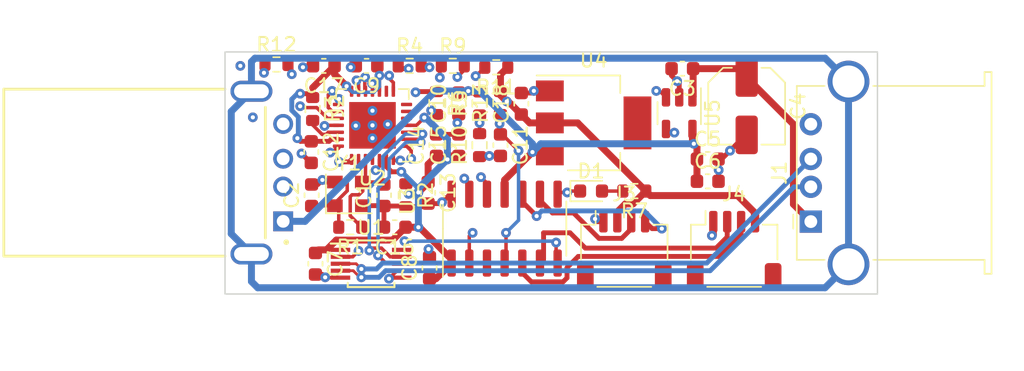
<source format=kicad_pcb>
(kicad_pcb (version 20221018) (generator pcbnew)
  (layers (0 "F.Cu" signal) (1 "In1.Cu" signal) (2 "In2.Cu" power) (31 "B.Cu" mixed) (34 "B.Paste" user) (35 "F.Paste" user) (36 "B.SilkS" user "B.Silkscreen") (37 "F.SilkS" user "F.Silkscreen") (38 "B.Mask" user) (39 "F.Mask" user) (44 "Edge.Cuts" user))
  (net 0 "")
  (net 1 "GND")
  (net 2 "Net-(U2-XTALIN{slash}CLKIN)")
  (net 3 "Net-(U2-XTALOUT)")
  (net 4 "Net-(J1-VBUS)")
  (net 5 "VBUS")
  (net 6 "+3V3")
  (net 7 "RST")
  (net 8 "/OutD+")
  (net 9 "Net-(D1-A)")
  (net 10 "Net-(J2-D-)")
  (net 11 "Net-(J2-D+)")
  (net 12 "GNDPWR")
  (net 13 "Net-(J3-Pin_3)")
  (net 14 "Net-(J3-Pin_4)")
  (net 15 "Net-(J4-Pin_2)")
  (net 16 "Net-(J4-Pin_3)")
  (net 17 "Net-(U2-RBIAS)")
  (net 18 "Net-(U2-SUSP_IND{slash}NON_REM0)")
  (net 19 "Net-(U2-NON_REM1)")
  (net 20 "Net-(U2-VBUS_DET)")
  (net 21 "Net-(U2-OCS_N1)")
  (net 22 "ocs")
  (net 23 "Net-(U2-PRTPWR2)")
  (net 24 "power")
  (net 25 "Net-(U2-HS_IND)")
  (net 26 "data_sel")
  (net 27 "/OutD-")
  (net 28 "Net-(U1-HSD2-)")
  (net 29 "Net-(U1-HSD2+)")
  (net 30 "data_en")
  (net 31 "Net-(U2-USBDP_DN1)")
  (net 35 "Net-(U2-USBDM_DN1)")
  (net 36 "datactl1")
  (footprint "LED_SMD:LED_0603_1608Metric" (layer "F.Cu") (at 133.9125 105)
    (fp_text reference "D1")
    (fp_text value "LED")
  )
  (footprint "localstuff:SAMTEC_USB-AM-S-X-X-TH" (layer "F.Cu") (at 109.5 103.675 -90)
    (fp_text reference "J2")
    (fp_text value "USB_A_Device")
  )
  (footprint "Resistor_SMD:R_0603_1608Metric" (layer "F.Cu") (at 123.975 96)
    (fp_text reference "R9")
    (fp_text value "R_1k_0603")
  )
  (footprint "Capacitor_SMD:C_0603_1608Metric" (layer "F.Cu") (at 114.1 110.225 -90)
    (fp_text reference "C7")
    (fp_text value "CP_100n_16V_0603")
  )
  (footprint "Capacitor_SMD:C_0603_1608Metric" (layer "F.Cu") (at 117.775 96 180)
    (fp_text reference "C9")
    (fp_text value "CP_100n_16V_0603")
  )
  (footprint "Capacitor_SMD:C_0603_1608Metric" (layer "F.Cu") (at 142.3 102.7)
    (fp_text reference "C5")
    (fp_text value "CP_100n_16V_0603")
  )
  (footprint "Connector_JST:JST_SH_SM04B-SRSS-TB_1x04-1MP_P1.00mm_Horizontal" (layer "F.Cu") (at 144.2 109.2)
    (fp_text reference "J4")
    (fp_text value "Serial")
  )
  (footprint "Capacitor_SMD:C_0603_1608Metric" (layer "F.Cu") (at 114.7 96 180)
    (fp_text reference "C17")
    (fp_text value "CP_10µ_16V_0603")
  )
  (footprint "Resistor_SMD:R_0603_1608Metric" (layer "F.Cu") (at 127.4 98.675 90)
    (fp_text reference "R13")
    (fp_text value "R_100k_0603")
  )
  (footprint "Capacitor_SMD:C_0603_1608Metric" (layer "F.Cu") (at 119.025 105.3 90)
    (fp_text reference "C1")
    (fp_text value "18 pF")
  )
  (footprint "Resistor_SMD:R_0603_1608Metric" (layer "F.Cu") (at 120.6 105.3 -90)
    (fp_text reference "R2")
    (fp_text value "12k")
  )
  (footprint "Capacitor_SMD:C_Elec_5x5.4" (layer "F.Cu") (at 145.1 98.9 -90)
    (fp_text reference "C4")
    (fp_text value "C 120µF")
  )
  (footprint "Capacitor_SMD:C_0603_1608Metric" (layer "F.Cu") (at 122.3 110.525 90)
    (fp_text reference "C8")
    (fp_text value "CP_100n_16V_0603")
  )
  (footprint "Package_SO:SOIC-14_3.9x8.7mm_P1.27mm" (layer "F.Cu") (at 127.7 107.7 90)
    (fp_text reference "U3")
    (fp_text value "MCP2221AxSL")
  )
  (footprint "Resistor_SMD:R_0603_1608Metric" (layer "F.Cu") (at 127.1 96.1 180)
    (fp_text reference "R11")
    (fp_text value "47k")
  )
  (footprint "Package_TO_SOT_SMD:SOT-23-5" (layer "F.Cu") (at 140.25 99.4 -90)
    (fp_text reference "U5")
    (fp_text value "AP2151W")
  )
  (footprint "Resistor_SMD:R_0603_1608Metric" (layer "F.Cu") (at 122.8 98.675 -90)
    (fp_text reference "R6")
    (fp_text value "47k")
  )
  (footprint "Capacitor_SMD:C_0603_1608Metric" (layer "F.Cu") (at 124.4 98.7 90)
    (fp_text reference "C10")
    (fp_text value "CP_100n_16V_0603")
  )
  (footprint "Capacitor_SMD:C_0603_1608Metric" (layer "F.Cu") (at 127.4 101.7 -90)
    (fp_text reference "C11")
    (fp_text value "CP_100n_16V_0603")
  )
  (footprint "Resistor_SMD:R_0603_1608Metric" (layer "F.Cu") (at 113.9 99.1 -90)
    (fp_text reference "R3")
    (fp_text value "47k")
  )
  (footprint "Capacitor_SMD:C_0603_1608Metric" (layer "F.Cu") (at 119.8 107.6 180)
    (fp_text reference "C16")
    (fp_text value "CP_100n_16V_0603")
  )
  (footprint "Capacitor_SMD:C_0603_1608Metric" (layer "F.Cu") (at 140.475 96.2 180)
    (fp_text reference "C3")
    (fp_text value "CP_100n_16V_0603")
  )
  (footprint "Resistor_SMD:R_0603_1608Metric" (layer "F.Cu") (at 116.6 107.6 180)
    (fp_text reference "R1")
    (fp_text value "R_1M_0603")
  )
  (footprint "Resistor_SMD:R_0603_1608Metric" (layer "F.Cu") (at 111.3 95.9)
    (fp_text reference "R12")
    (fp_text value "47k")
  )
  (footprint "Resistor_SMD:R_0603_1608Metric" (layer "F.Cu") (at 125.9 101.7 90)
    (fp_text reference "R10")
    (fp_text value "R_100k_0603")
  )
  (footprint "Capacitor_SMD:C_0603_1608Metric" (layer "F.Cu") (at 122.8 101.7 90)
    (fp_text reference "C14")
    (fp_text value "CP_100n_16V_0603")
  )
  (footprint "Package_DFN_QFN:QFN-28-1EP_5x5mm_P0.5mm_EP3.35x3.35mm" (layer "F.Cu") (at 118.2 100.275 180)
    (fp_text reference "U2")
    (fp_text value "USB2412-DZK")
  )
  (footprint "Connector_USB:USB_A_Stewart_SS-52100-001_Horizontal" (layer "F.Cu") (at 149.71 107.195 90)
    (fp_text reference "J1")
    (fp_text value "USB_A_Host")
  )
  (footprint "Resistor_SMD:R_0603_1608Metric" (layer "F.Cu") (at 137.025 105 180)
    (fp_text reference "R7")
    (fp_text value "R_100_0603")
  )
  (footprint "Capacitor_SMD:C_0603_1608Metric" (layer "F.Cu") (at 113.8 102.2 -90)
    (fp_text reference "C12")
    (fp_text value "CP_100n_16V_0603")
  )
  (footprint "Resistor_SMD:R_0603_1608Metric" (layer "F.Cu") (at 120.875 96)
    (fp_text reference "R4")
    (fp_text value "47k")
  )
  (footprint "Resistor_SMD:R_0603_1608Metric" (layer "F.Cu") (at 125.9 98.7 90)
    (fp_text reference "R5")
    (fp_text value "R_100k_0603")
  )
  (footprint "Capacitor_SMD:C_0603_1608Metric" (layer "F.Cu") (at 142.3 104.3)
    (fp_text reference "C6")
    (fp_text value "CP_10µ_16V_0603")
  )
  (footprint "Capacitor_SMD:C_0603_1608Metric" (layer "F.Cu") (at 122.2 105.125 -90)
    (fp_text reference "C13")
    (fp_text value "CP_100n_16V_0603")
  )
  (footprint "Capacitor_SMD:C_0603_1608Metric" (layer "F.Cu") (at 113.825 105.3 90)
    (fp_text reference "C2")
    (fp_text value "18 pF")
  )
  (footprint "Capacitor_SMD:C_0603_1608Metric" (layer "F.Cu") (at 124.4 101.7 90)
    (fp_text reference "C15")
    (fp_text value "CP_10µ_16V_0603")
  )
  (footprint "Package_TO_SOT_SMD:SOT-223" (layer "F.Cu") (at 134.1 100.1)
    (fp_text reference "U4")
    (fp_text value "AZ1117-3V3")
  )
  (footprint "Connector_JST:JST_SH_SM04B-SRSS-TB_1x04-1MP_P1.00mm_Horizontal" (layer "F.Cu") (at 136.3 109.2)
    (fp_text reference "J3")
    (fp_text value "I2C")
  )
  (footprint "localstuff:Crystal_SMD_2522-4Pin_2.5x2.2mm" (layer "F.Cu") (at 116.5 105.2)
    (fp_text reference "Y1")
    (fp_text value "Crystal_GND24")
  )
  (footprint "Package_SO:MSOP-10_3x3mm_P0.5mm" (layer "F.Cu") (at 118.1 110.225)
    (fp_text reference "U1")
    (fp_text value "FSUSB42MUX")
  )
  (footprint "Capacitor_SMD:C_0603_1608Metric" (layer "F.Cu") (at 128.9 98.725 90)
    (fp_text reference "C18")
    (fp_text value "CP_100n_16V_0603")
  )
  (gr_rect (start 107.6 95) (end 154.5 112.4) (stroke (width 0.1)) (fill none) (layer "Edge.Cuts"))
  (segment (start 115.75 98.775) (end 115.75 98.425) (width 0.35) (layer "F.Cu") (net 1))
  (segment (start 124.4 99.475) (end 124.4 100) (width 0.35) (layer "F.Cu") (net 1))
  (segment (start 113.775 102.975) (end 113.1 102.3) (width 0.35) (layer "F.Cu") (net 1))
  (segment (start 139.7 96.2) (end 139.7 96.7) (width 0.35) (layer "F.Cu") (net 1))
  (segment (start 116.735509 96) (end 116.635509 96.1) (width 0.35) (layer "F.Cu") (net 1))
  (segment (start 119 106.05) (end 119.025 106.075) (width 0.35) (layer "F.Cu") (net 1))
  (segment (start 124.3 100.825) (end 124.3 100.1) (width 0.35) (layer "F.Cu") (net 1))
  (segment (start 125.9 102.525) (end 126.549998 102.525) (width 0.35) (layer "F.Cu") (net 1))
  (segment (start 123.1 105.9) (end 123.2 105.8) (width 0.35) (layer "F.Cu") (net 1))
  (segment (start 124.4 100.925) (end 122.8 100.925) (width 0.35) (layer "F.Cu") (net 1))
  (segment (start 143.075 102.7) (end 143.3 102.7) (width 0.35) (layer "F.Cu") (net 1))
  (segment (start 117 96) (end 116.735509 96) (width 0.35) (layer "F.Cu") (net 1))
  (segment (start 124.4 100) (end 124.3 100.1) (width 0.35) (layer "F.Cu") (net 1))
  (segment (start 143.075 102.7) (end 143.075 103.475) (width 0.35) (layer "F.Cu") (net 1))
  (segment (start 114.1 111) (end 114.6 111) (width 0.35) (layer "F.Cu") (net 1))
  (segment (start 134.4 107.2) (end 134.2 107) (width 0.35) (layer "F.Cu") (net 1))
  (segment (start 115.9 111.225) (end 114.825 111.225) (width 0.25) (layer "F.Cu") (net 1))
  (segment (start 143.075 103.499692) (end 143.087346 103.487346) (width 0.35) (layer "F.Cu") (net 1))
  (segment (start 130.95 97.8) (end 129.8 97.8) (width 0.35) (layer "F.Cu") (net 1))
  (segment (start 110.475 96.425) (end 110.4 96.5) (width 0.35) (layer "F.Cu") (net 1))
  (segment (start 117.5 106.05) (end 119 106.05) (width 0.35) (layer "F.Cu") (net 1))
  (segment (start 113.825 104.525) (end 114.275 104.525) (width 0.35) (layer "F.Cu") (net 1))
  (segment (start 120.6 106.125) (end 121.975 106.125) (width 0.35) (layer "F.Cu") (net 1))
  (segment (start 143.075 103.475) (end 143.087346 103.487346) (width 0.35) (layer "F.Cu") (net 1))
  (segment (start 129.65 97.95) (end 129.8 97.8) (width 0.35) (layer "F.Cu") (net 1))
  (segment (start 143.075 104.3) (end 143.075 103.499692) (width 0.35) (layer "F.Cu") (net 1))
  (segment (start 120.25 96.2) (end 120.8 96.2) (width 0.35) (layer "F.Cu") (net 1))
  (segment (start 121.975 106.125) (end 122.2 105.9) (width 0.35) (layer "F.Cu") (net 1))
  (segment (start 115.5 104.35) (end 114.75 104.35) (width 0.35) (layer "F.Cu") (net 1))
  (segment (start 114.75 104.35) (end 114.6 104.2) (width 0.35) (layer "F.Cu") (net 1))
  (segment (start 123.775 105.225) (end 123.2 105.8) (width 0.35) (layer "F.Cu") (net 1))
  (segment (start 139.7 96.7) (end 140.1 97.1) (width 0.35) (layer "F.Cu") (net 1))
  (segment (start 114.275 104.525) (end 114.6 104.2) (width 0.35) (layer "F.Cu") (net 1))
  (segment (start 128.9 97.95) (end 129.65 97.95) (width 0.35) (layer "F.Cu") (net 1))
  (segment (start 145.0375 100.9625) (end 143.9 102.1) (width 0.35) (layer "F.Cu") (net 1))
  (segment (start 143.3 102.7) (end 143.9 102.1) (width 0.35) (layer "F.Cu") (net 1))
  (segment (start 140.25 98.2625) (end 140.25 97.25) (width 0.35) (layer "F.Cu") (net 1))
  (segment (start 119.025 106.075) (end 120.55 106.075) (width 0.35) (layer "F.Cu") (net 1))
  (segment (start 142.7 107.2) (end 142.7 108.1) (width 0.5) (layer "F.Cu") (net 1))
  (segment (start 120.55 106.075) (end 120.6 106.125) (width 0.35) (layer "F.Cu") (net 1))
  (segment (start 123.89 105.225) (end 123.775 105.225) (width 0.35) (layer "F.Cu") (net 1))
  (segment (start 114.825 111.225) (end 114.8 111.2) (width 0.25) (layer "F.Cu") (net 1))
  (segment (start 120.3 110.725) (end 119.961144 110.725) (width 0.25) (layer "F.Cu") (net 1))
  (segment (start 113.3 96) (end 113.2 96.1) (width 0.35) (layer "F.Cu") (net 1))
  (segment (start 113.8 102.975) (end 113.775 102.975) (width 0.35) (layer "F.Cu") (net 1))
  (segment (start 134.8 107.2) (end 134.4 107.2) (width 0.35) (layer "F.Cu") (net 1))
  (segment (start 119.461144 111.225) (end 119.386144 111.3) (width 0.25) (layer "F.Cu") (net 1))
  (segment (start 119.961144 110.725) (end 119.386144 111.3) (width 0.25) (layer "F.Cu") (net 1))
  (segment (start 126.549998 102.525) (end 126.599998 102.475) (width 0.35) (layer "F.Cu") (net 1))
  (segment (start 122.2 105.9) (end 123.1 105.9) (width 0.35) (layer "F.Cu") (net 1))
  (segment (start 115.75 98.425) (end 115.8 98.375) (width 0.35) (layer "F.Cu") (net 1))
  (segment (start 124.4 100.925) (end 124.3 100.825) (width 0.35) (layer "F.Cu") (net 1))
  (segment (start 145.1 100.9625) (end 145.0375 100.9625) (width 0.35) (layer "F.Cu") (net 1))
  (segment (start 122.3 109.75) (end 122.3 109.239646) (width 0.25) (layer "F.Cu") (net 1))
  (segment (start 142.7 108.1) (end 142.6 108.2) (width 0.5) (layer "F.Cu") (net 1))
  (segment (start 120.3 111.225) (end 119.461144 111.225) (width 0.25) (layer "F.Cu") (net 1))
  (segment (start 127.4 102.475) (end 126.599998 102.475) (width 0.35) (layer "F.Cu") (net 1))
  (segment (start 120.05 96) (end 120.25 96.2) (width 0.35) (layer "F.Cu") (net 1))
  (segment (start 114.6 111) (end 114.8 111.2) (width 0.35) (layer "F.Cu") (net 1))
  (segment (start 113.925 96) (end 113.3 96) (width 0.35) (layer "F.Cu") (net 1))
  (segment (start 119.025 106.075) (end 119.025 107.6) (width 0.35) (layer "F.Cu") (net 1))
  (segment (start 140.25 97.25) (end 140.1 97.1) (width 0.35) (layer "F.Cu") (net 1))
  (segment (start 122.3 109.239646) (end 122.230177 109.169823) (width 0.25) (layer "F.Cu") (net 1))
  (segment (start 110.475 95.9) (end 110.475 96.425) (width 0.35) (layer "F.Cu") (net 1))
  (via (at 129.8 97.8) (size 0.7) (drill 0.3) (layers "F.Cu" "B.Cu") (net 1))
  (via (at 134.2 107) (size 0.7) (drill 0.3) (layers "F.Cu" "B.Cu") (net 1))
  (via (at 114.6 104.2) (size 0.7) (drill 0.3) (layers "F.Cu" "B.Cu") (net 1))
  (via (at 118.2 99.225) (size 0.7) (drill 0.3) (layers "F.Cu" "B.Cu") (net 1))
  (via (at 142.6 108.2) (size 0.7) (drill 0.3) (layers "F.Cu" "B.Cu") (net 1))
  (via (at 113.2 96.1) (size 0.7) (drill 0.3) (layers "F.Cu" "B.Cu") (net 1))
  (via (at 118.2 100.275) (size 0.7) (drill 0.3) (layers "F.Cu" "B.Cu") (net 1))
  (via (at 118.2 101.2) (size 0.7) (drill 0.3) (layers "F.Cu" "B.Cu") (net 1))
  (via (at 109.6 99.7) (size 0.7) (drill 0.3) (layers "F.Cu" "B.Cu") (net 1))
  (via (at 126.599998 102.475) (size 0.7) (drill 0.3) (layers "F.Cu" "B.Cu") (net 1))
  (via (at 119.3 100.2) (size 0.7) (drill 0.3) (layers "F.Cu" "B.Cu") (net 1))
  (via (at 140.1 97.1) (size 0.7) (drill 0.3) (layers "F.Cu" "B.Cu") (net 1))
  (via (at 143.9 102.1) (size 0.7) (drill 0.3) (layers "F.Cu" "B.Cu") (net 1))
  (via (at 113.1 102.3) (size 0.7) (drill 0.3) (layers "F.Cu" "B.Cu") (net 1))
  (via (at 123.2 105.8) (size 0.7) (drill 0.3) (layers "F.Cu" "B.Cu") (net 1))
  (via (at 114.8 111.2) (size 0.7) (drill 0.3) (layers "F.Cu" "B.Cu") (net 1))
  (via (at 124.3 100.1) (size 0.7) (drill 0.3) (layers "F.Cu" "B.Cu") (net 1))
  (via (at 115.8 98.375) (size 0.7) (drill 0.3) (layers "F.Cu" "B.Cu") (net 1))
  (via (at 117 100.3) (size 0.7) (drill 0.3) (layers "F.Cu" "B.Cu") (net 1))
  (via (at 122.230177 109.169823) (size 0.7) (drill 0.3) (layers "F.Cu" "B.Cu") (net 1))
  (via (at 120.8 96.2) (size 0.7) (drill 0.3) (layers "F.Cu" "B.Cu") (net 1))
  (via (at 108.7 96) (size 0.7) (drill 0.3) (layers "F.Cu" "B.Cu") (net 1))
  (via (at 116.635509 96.1) (size 0.7) (drill 0.3) (layers "F.Cu" "B.Cu") (net 1))
  (via (at 110.4 96.5) (size 0.7) (drill 0.3) (layers "F.Cu" "B.Cu") (net 1))
  (via (at 119.386144 111.3) (size 0.7) (drill 0.3) (layers "F.Cu" "B.Cu") (net 1))
  (via (at 143.087346 103.487346) (size 0.7) (drill 0.3) (layers "F.Cu" "B.Cu") (net 1))
  (segment (start 117.5 104.35) (end 117.5 105) (width 0.25) (layer "F.Cu") (net 2))
  (segment (start 117.5 105) (end 117.23 105.27) (width 0.25) (layer "F.Cu") (net 2))
  (segment (start 117.7 104.15) (end 117.5 104.35) (width 0.25) (layer "F.Cu") (net 2))
  (segment (start 116.6 106.775) (end 117.425 107.6) (width 0.25) (layer "F.Cu") (net 2))
  (segment (start 117.7 102.725) (end 117.7 104.15) (width 0.25) (layer "F.Cu") (net 2))
  (segment (start 116.73 105.27) (end 116.6 105.4) (width 0.25) (layer "F.Cu") (net 2))
  (segment (start 118.85 104.35) (end 119.025 104.525) (width 0.25) (layer "F.Cu") (net 2))
  (segment (start 117.5 104.35) (end 118.85 104.35) (width 0.25) (layer "F.Cu") (net 2))
  (segment (start 116.6 105.4) (end 116.6 106.775) (width 0.25) (layer "F.Cu") (net 2))
  (segment (start 117.23 105.27) (end 116.73 105.27) (width 0.25) (layer "F.Cu") (net 2))
  (segment (start 113.85 106.05) (end 113.825 106.075) (width 0.25) (layer "F.Cu") (net 3))
  (segment (start 116.385 103.988008) (end 116.385 104.978604) (width 0.25) (layer "F.Cu") (net 3))
  (segment (start 116.385 104.978604) (end 115.5 105.863604) (width 0.25) (layer "F.Cu") (net 3))
  (segment (start 117.2 103.173008) (end 116.385 103.988008) (width 0.25) (layer "F.Cu") (net 3))
  (segment (start 115.5 105.863604) (end 115.5 106.05) (width 0.25) (layer "F.Cu") (net 3))
  (segment (start 115.775 106.325) (end 115.5 106.05) (width 0.25) (layer "F.Cu") (net 3))
  (segment (start 115.775 107.6) (end 115.775 106.325) (width 0.25) (layer "F.Cu") (net 3))
  (segment (start 115.5 106.05) (end 113.85 106.05) (width 0.25) (layer "F.Cu") (net 3))
  (segment (start 117.2 102.725) (end 117.2 103.173008) (width 0.25) (layer "F.Cu") (net 3))
  (segment (start 141.25 96.2) (end 141.25 98.2125) (width 0.5) (layer "F.Cu") (net 4))
  (segment (start 148.46 100.1975) (end 145.1 96.8375) (width 0.5) (layer "F.Cu") (net 4))
  (segment (start 141.25 96.2) (end 144.4625 96.2) (width 0.5) (layer "F.Cu") (net 4))
  (segment (start 141.25 98.2125) (end 141.2 98.2625) (width 0.5) (layer "F.Cu") (net 4))
  (segment (start 149.71 107.195) (end 148.46 105.945) (width 0.5) (layer "F.Cu") (net 4))
  (segment (start 148.46 105.945) (end 148.46 100.1975) (width 0.5) (layer "F.Cu") (net 4))
  (segment (start 144.4625 96.2) (end 145.1 96.8375) (width 0.5) (layer "F.Cu") (net 4))
  (segment (start 125.151595 97.875) (end 125.086595 97.81) (width 0.5) (layer "F.Cu") (net 5))
  (segment (start 124.971595 97.925) (end 125.086595 97.81) (width 0.5) (layer "F.Cu") (net 5))
  (segment (start 130.75 102.2) (end 129.7 102.2) (width 0.5) (layer "F.Cu") (net 5))
  (segment (start 124.4 97.925) (end 124.971595 97.925) (width 0.5) (layer "F.Cu") (net 5))
  (segment (start 141.2 100.5375) (end 141.2 101.5) (width 0.5) (layer "F.Cu") (net 5))
  (segment (start 130.95 102.4) (end 130.75 102.2) (width 0.5) (layer "F.Cu") (net 5))
  (segment (start 129.7 102.2) (end 127.7 104.2) (width 0.5) (layer "F.Cu") (net 5))
  (segment (start 141.525 104.3) (end 141.525 102.7) (width 0.5) (layer "F.Cu") (net 5))
  (segment (start 141.2 101.5) (end 141.3 101.6) (width 0.5) (layer "F.Cu") (net 5))
  (segment (start 125.9 97.875) (end 125.151595 97.875) (width 0.5) (layer "F.Cu") (net 5))
  (segment (start 127.7 104.2) (end 127.7 105.225) (width 0.5) (layer "F.Cu") (net 5))
  (segment (start 141.525 102.7) (end 141.525 101.825) (width 0.5) (layer "F.Cu") (net 5))
  (segment (start 141.525 101.825) (end 141.3 101.6) (width 0.5) (layer "F.Cu") (net 5))
  (via (at 129.7 102.2) (size 0.7) (drill 0.3) (layers "F.Cu" "B.Cu") (net 5))
  (via (at 141.3 101.6) (size 0.7) (drill 0.3) (layers "F.Cu" "B.Cu") (net 5))
  (via (at 125.086595 97.81) (size 0.7) (drill 0.3) (layers "F.Cu" "B.Cu") (net 5))
  (segment (start 122.720036 97.81) (end 125.086595 97.81) (width 0.5) (layer "B.Cu") (net 5))
  (segment (start 129.7 102.2) (end 129.7 101.6) (width 0.5) (layer "B.Cu") (net 5))
  (segment (start 125.91 97.81) (end 125.086595 97.81) (width 0.5) (layer "B.Cu") (net 5))
  (segment (start 141.3 101.6) (end 130.3 101.6) (width 0.5) (layer "B.Cu") (net 5))
  (segment (start 111.78 107.175) (end 113.355036 107.175) (width 0.5) (layer "B.Cu") (net 5))
  (segment (start 130.3 101.6) (end 129.7 102.2) (width 0.5) (layer "B.Cu") (net 5))
  (segment (start 129.7 101.6) (end 125.91 97.81) (width 0.5) (layer "B.Cu") (net 5))
  (segment (start 113.355036 107.175) (end 122.720036 97.81) (width 0.5) (layer "B.Cu") (net 5))
  (segment (start 118.7 96.15) (end 118.55 96) (width 0.25) (layer "F.Cu") (net 6))
  (segment (start 120.575 107.6) (end 121.5 107.6) (width 0.5) (layer "F.Cu") (net 6))
  (segment (start 122.2 104.35) (end 122.2 104.4) (width 0.5) (layer "F.Cu") (net 6))
  (segment (start 114.9 109.225) (end 114.325 109.225) (width 0.5) (layer "F.Cu") (net 6))
  (segment (start 119.2 103.243718) (end 119.572312 103.61603) (width 0.35) (layer "F.Cu") (net 6))
  (segment (start 130.95 100.1) (end 132.95 100.1) (width 0.5) (layer "F.Cu") (net 6))
  (segment (start 144.448528 105.325) (end 138.175 105.325) (width 0.5) (layer "F.Cu") (net 6))
  (segment (start 115.081282 101.425) (end 113.8 101.425) (width 0.35) (layer "F.Cu") (net 6))
  (segment (start 113 98) (end 113.625 98) (width 0.35) (layer "F.Cu") (net 6))
  (segment (start 119.572312 103.61603) (end 120.273548 103.61603) (width 0.35) (layer "F.Cu") (net 6))
  (segment (start 115.475 96) (end 115.475 96.6) (width 0.5) (layer "F.Cu") (net 6))
  (segment (start 122.8 102.475) (end 122.875 102.475) (width 0.5) (layer "F.Cu") (net 6))
  (segment (start 122.3 111.3) (end 122.765 111.3) (width 0.5) (layer "F.Cu") (net 6))
  (segment (start 135.8 106.5) (end 136.375 105.925) (width 0.5) (layer "F.Cu") (net 6))
  (segment (start 120.65 100.275) (end 121.365763 100.275) (width 0.25) (layer "F.Cu") (net 6))
  (segment (start 123.89 109.910406) (end 121.579594 107.6) (width 0.5) (layer "F.Cu") (net 6))
  (segment (start 123.89 110.175) (end 123.89 109.910406) (width 0.5) (layer "F.Cu") (net 6))
  (segment (start 113.9 97.575) (end 115.475 96) (width 0.5) (layer "F.Cu") (net 6))
  (segment (start 115.231282 101.275) (end 115.081282 101.425) (width 0.35) (layer "F.Cu") (net 6))
  (segment (start 129.5 100.1) (end 128.9 99.5) (width 0.5) (layer "F.Cu") (net 6))
  (segment (start 138.175 105.325) (end 137.85 105) (width 0.5) (layer "F.Cu") (net 6))
  (segment (start 127.4 97.85) (end 127.4 98.105) (width 0.5) (layer "F.Cu") (net 6))
  (segment (start 122.765 111.3) (end 123.89 110.175) (width 0.5) (layer "F.Cu") (net 6))
  (segment (start 123.335434 102.475) (end 123.585428 102.724994) (width 0.25) (layer "F.Cu") (net 6))
  (segment (start 119.65 108.525) (end 115.6 108.525) (width 0.5) (layer "F.Cu") (net 6))
  (segment (start 121.365763 100.275) (end 121.92301 99.717753) (width 0.25) (layer "F.Cu") (net 6))
  (segment (start 115.9 109.225) (end 114.9 109.225) (width 0.25) (layer "F.Cu") (net 6))
  (segment (start 121.35 97.85) (end 121.3 97.9) (width 0.35) (layer "F.Cu") (net 6))
  (segment (start 118.7 97.825) (end 118.7 96.7) (width 0.25) (layer "F.Cu") (net 6))
  (segment (start 115.75 101.275) (end 115.231282 101.275) (width 0.35) (layer "F.Cu") (net 6))
  (segment (start 115.6 108.525) (end 114.9 109.225) (width 0.5) (layer "F.Cu") (net 6))
  (segment (start 127.4 97.85) (end 127.4 96.625) (width 0.5) (layer "F.Cu") (net 6))
  (segment (start 122.8 102.475) (end 122.2 103.075) (width 0.5) (layer "F.Cu") (net 6))
  (segment (start 118.7 96.7) (end 118.7 96.15) (width 0.25) (layer "F.Cu") (net 6))
  (segment (start 130.95 100.1) (end 129.5 100.1) (width 0.5) (layer "F.Cu") (net 6))
  (segment (start 135.8 107.2) (end 135.8 106.5) (width 0.5) (layer "F.Cu") (net 6))
  (segment (start 120.575 107.6) (end 119.65 108.525) (width 0.5) (layer "F.Cu") (net 6))
  (segment (start 119.2 102.725) (end 119.2 103.243718) (width 0.35) (layer "F.Cu") (net 6))
  (segment (start 122.875 102.475) (end 123.335434 102.475) (width 0.25) (layer "F.Cu") (net 6))
  (segment (start 123.835422 102.475) (end 123.585428 102.724994) (width 0.5) (layer "F.Cu") (net 6))
  (segment (start 113.625 98) (end 113.9 98.275) (width 0.35) (layer "F.Cu") (net 6))
  (segment (start 145.7 106.576472) (end 144.448528 105.325) (width 0.5) (layer "F.Cu") (net 6))
  (segment (start 122.8 97.85) (end 121.35 97.85) (width 0.35) (layer "F.Cu") (net 6))
  (segment (start 136.375 105.925) (end 136.925 105.925) (width 0.5) (layer "F.Cu") (net 6))
  (segment (start 115.475 96.6) (end 116.3375 97.4625) (width 0.5) (layer "F.Cu") (net 6))
  (segment (start 127.96 98.56) (end 127.855 98.56) (width 0.5) (layer "F.Cu") (net 6))
  (segment (start 145.7 107.2) (end 145.7 106.576472) (width 0.5) (layer "F.Cu") (net 6))
  (segment (start 121.579594 107.6) (end 121.5 107.6) (width 0.5) (layer "F.Cu") (net 6))
  (segment (start 132.95 100.1) (end 137.85 105) (width 0.5) (layer "F.Cu") (net 6))
  (segment (start 122.2 104.4) (end 121.5 105.1) (width 0.5) (layer "F.Cu") (net 6))
  (segment (start 127.4 96.625) (end 127.925 96.1) (width 0.5) (layer "F.Cu") (net 6))
  (segment (start 113.8 101.425) (end 113.025 101.425) (width 0.35) (layer "F.Cu") (net 6))
  (segment (start 114.325 109.225) (end 114.1 109.45) (width 0.25) (layer "F.Cu") (net 6))
  (segment (start 136.925 105.925) (end 137.85 105) (width 0.5) (layer "F.Cu") (net 6))
  (segment (start 124.4 102.475) (end 123.835422 102.475) (width 0.5) (layer "F.Cu") (net 6))
  (segment (start 128.9 99.5) (end 127.96 98.56) (width 0.5) (layer "F.Cu") (net 6))
  (segment (start 116.3375 97.4625) (end 116.7 97.825) (width 0.35) (layer "F.Cu") (net 6))
  (segment (start 113.9 98.275) (end 113.9 97.575) (width 0.35) (layer "F.Cu") (net 6))
  (segment (start 127.4 98.105) (end 127.855 98.56) (width 0.5) (layer "F.Cu") (net 6))
  (segment (start 113.025 101.425) (end 112.8 101.2) (width 0.35) (layer "F.Cu") (net 6))
  (segment (start 122.2 103.075) (end 122.2 104.35) (width 0.5) (layer "F.Cu") (net 6))
  (via (at 120.273548 103.61603) (size 0.7) (drill 0.3) (layers "F.Cu" "B.Cu") (net 6))
  (via (at 118.7 96.7) (size 0.7) (drill 0.3) (layers "F.Cu" "B.Cu") (net 6))
  (via (at 127.855 98.56) (size 0.7) (drill 0.3) (layers "F.Cu" "B.Cu") (net 6))
  (via (at 116.3375 97.4625) (size 0.7) (drill 0.3) (layers "F.Cu" "B.Cu") (net 6))
  (via (at 112.8 101.2) (size 0.7) (drill 0.3) (layers "F.Cu" "B.Cu") (net 6))
  (via (at 121.3 97.9) (size 0.7) (drill 0.3) (layers "F.Cu" "B.Cu") (net 6))
  (via (at 121.92301 99.717753) (size 0.7) (drill 0.3) (layers "F.Cu" "B.Cu") (net 6))
  (via (at 123.585428 102.724994) (size 0.7) (drill 0.3) (layers "F.Cu" "B.Cu") (net 6))
  (via (at 113 98) (size 0.7) (drill 0.3) (layers "F.Cu" "B.Cu") (net 6))
  (via (at 121.5 105.1) (size 0.7) (drill 0.3) (layers "F.Cu" "B.Cu") (net 6))
  (via (at 121.5 107.6) (size 0.7) (drill 0.3) (layers "F.Cu" "B.Cu") (net 6))
  (segment (start 122.017753 99.717753) (end 121.92301 99.717753) (width 0.5) (layer "B.Cu") (net 6))
  (segment (start 112.869 101.131) (end 112.869 99.669) (width 0.35) (layer "B.Cu") (net 6))
  (segment (start 112.8 101.2) (end 112.869 101.131) (width 0.35) (layer "B.Cu") (net 6))
  (segment (start 118.7 96.7) (end 118.7 97.5) (width 0.25) (layer "B.Cu") (net 6))
  (segment (start 116.775 97.9) (end 116.3375 97.4625) (width 0.25) (layer "B.Cu") (net 6))
  (segment (start 118.7 97.5) (end 118.3 97.9) (width 0.25) (layer "B.Cu") (net 6))
  (segment (start 121.5 105.1) (end 121.5 104.810422) (width 0.5) (layer "B.Cu") (net 6))
  (segment (start 112.4 98.4) (end 112.8 98) (width 0.35) (layer "B.Cu") (net 6))
  (segment (start 112.4 99.2) (end 112.4 98.4) (width 0.35) (layer "B.Cu") (net 6))
  (segment (start 118.3 97.9) (end 116.775 97.9) (width 0.25) (layer "B.Cu") (net 6))
  (segment (start 123.585428 102.724994) (end 123.585428 101.285428) (width 0.5) (layer "B.Cu") (net 6))
  (segment (start 121.5 104.810422) (end 123.585428 102.724994) (width 0.5) (layer "B.Cu") (net 6))
  (segment (start 123.585428 101.285428) (end 122.017753 99.717753) (width 0.5) (layer "B.Cu") (net 6))
  (segment (start 112.869 99.669) (end 112.4 99.2) (width 0.35) (layer "B.Cu") (net 6))
  (segment (start 121.5 107.6) (end 121.5 105.1) (width 0.5) (layer "B.Cu") (net 6))
  (segment (start 112.8 98) (end 113 98) (width 0.35) (layer "B.Cu") (net 6))
  (segment (start 120.305608 103.61603) (end 120.273548 103.61603) (width 0.35) (layer "B.Cu") (net 6))
  (segment (start 121.5 104.810422) (end 120.305608 103.61603) (width 0.35) (layer "B.Cu") (net 6))
  (segment (start 127.8 108) (end 127.8 110.075) (width 0.25) (layer "F.Cu") (net 7))
  (segment (start 115.75 99.775) (end 114.967462 99.775) (width 0.25) (layer "F.Cu") (net 7))
  (segment (start 127.525 100.925) (end 128.7 102.1) (width 0.25) (layer "F.Cu") (net 7))
  (segment (start 114.192462 99) (end 113.1 99) (width 0.25) (layer "F.Cu") (net 7))
  (segment (start 127.4 100.925) (end 127.4 100.21924) (width 0.25) (layer "F.Cu") (net 7))
  (segment (start 127.4 99.5) (end 127.4 100.1) (width 0.25) (layer "F.Cu") (net 7))
  (segment (start 127.8 110.075) (end 127.7 110.175) (width 0.25) (layer "F.Cu") (net 7))
  (segment (start 113.1 99) (end 113 98.9) (width 0.25) (layer "F.Cu") (net 7))
  (segment (start 127.4 100.21924) (end 127.34038 100.15962) (width 0.25) (layer "F.Cu") (net 7))
  (segment (start 127.4 100.1) (end 127.34038 100.15962) (width 0.25) (layer "F.Cu") (net 7))
  (segment (start 114.967462 99.775) (end 114.192462 99) (width 0.25) (layer "F.Cu") (net 7))
  (segment (start 127.4 100.925) (end 127.525 100.925) (width 0.25) (layer "F.Cu") (net 7))
  (via (at 127.34038 100.15962) (size 0.7) (drill 0.3) (layers "F.Cu" "B.Cu") (net 7))
  (via (at 128.7 102.1) (size 0.7) (drill 0.3) (layers "F.Cu" "B.Cu") (net 7))
  (via (at 127.8 108) (size 0.7) (drill 0.3) (layers "F.Cu" "B.Cu") (net 7))
  (via (at 113 98.9) (size 0.7) (drill 0.3) (layers "F.Cu" "B.Cu") (net 7))
  (segment (start 128.7 102.1) (end 128.7 107.1) (width 0.25) (layer "B.Cu") (net 7))
  (segment (start 128.7 107.1) (end 127.8 108) (width 0.25) (layer "B.Cu") (net 7))
  (segment (start 115.9 110.225) (end 117.025 110.225) (width 0.2) (layer "F.Cu") (net 8))
  (segment (start 117.025 110.225) (end 117.4 110.6) (width 0.2) (layer "F.Cu") (net 8))
  (via (at 117.4 110.6) (size 0.7) (drill 0.3) (layers "F.Cu" "B.Cu") (net 8))
  (segment (start 118.495153 110.6) (end 117.4 110.6) (width 0.35) (layer "B.Cu") (net 8))
  (segment (start 118.920153 110.175) (end 118.495153 110.6) (width 0.35) (layer "B.Cu") (net 8))
  (segment (start 142.23 110.175) (end 118.920153 110.175) (width 0.35) (layer "B.Cu") (net 8))
  (segment (start 149.71 102.695) (end 142.23 110.175) (width 0.35) (layer "B.Cu") (net 8))
  (segment (start 134.7 105) (end 136.2 105) (width 0.25) (layer "F.Cu") (net 9))
  (segment (start 115.75 101.85) (end 115.365642 102.234358) (width 0.35) (layer "F.Cu") (net 10))
  (segment (start 115.365642 102.234358) (end 115.156239 102.234358) (width 0.35) (layer "F.Cu") (net 10))
  (via (at 115.156239 102.234358) (size 0.7) (drill 0.3) (layers "F.Cu" "B.Cu") (net 10))
  (segment (start 116.7 102.725) (end 116.525 102.9) (width 0.35) (layer "F.Cu") (net 11))
  (segment (start 116.525 102.9) (end 115.8 102.9) (width 0.35) (layer "F.Cu") (net 11))
  (via (at 115.8 102.9) (size 0.7) (drill 0.3) (layers "F.Cu" "B.Cu") (net 11))
  (segment (start 109.5 97.825) (end 108.05 99.275) (width 0.5) (layer "B.Cu") (net 12))
  (segment (start 150.735 111.95) (end 109.95 111.95) (width 0.5) (layer "B.Cu") (net 12))
  (segment (start 109.5 97.825) (end 109.5 95.7) (width 0.5) (layer "B.Cu") (net 12))
  (segment (start 109.5 95.7) (end 109.75 95.45) (width 0.5) (layer "B.Cu") (net 12))
  (segment (start 109.75 95.45) (end 150.745 95.45) (width 0.5) (layer "B.Cu") (net 12))
  (segment (start 108.05 99.275) (end 108.05 108.075) (width 0.5) (layer "B.Cu") (net 12))
  (segment (start 152.42 97.125) (end 152.42 110.265) (width 0.5) (layer "B.Cu") (net 12))
  (segment (start 152.42 110.265) (end 150.735 111.95) (width 0.5) (layer "B.Cu") (net 12))
  (segment (start 109.5 111.5) (end 109.5 109.525) (width 0.5) (layer "B.Cu") (net 12))
  (segment (start 150.745 95.45) (end 152.42 97.125) (width 0.5) (layer "B.Cu") (net 12))
  (segment (start 109.95 111.95) (end 109.5 111.5) (width 0.5) (layer "B.Cu") (net 12))
  (segment (start 108.05 108.075) (end 109.5 109.525) (width 0.5) (layer "B.Cu") (net 12))
  (segment (start 132.657538 106.575) (end 134.482538 108.4) (width 0.35) (layer "F.Cu") (net 13))
  (segment (start 134.482538 108.4) (end 136.117462 108.4) (width 0.35) (layer "F.Cu") (net 13))
  (segment (start 130.24 105.225) (end 130.24 105.672462) (width 0.35) (layer "F.Cu") (net 13))
  (segment (start 136.8 107.717462) (end 136.8 107.2) (width 0.35) (layer "F.Cu") (net 13))
  (segment (start 136.117462 108.4) (end 136.8 107.717462) (width 0.35) (layer "F.Cu") (net 13))
  (segment (start 130.24 105.672462) (end 131.142538 106.575) (width 0.35) (layer "F.Cu") (net 13))
  (segment (start 131.142538 106.575) (end 132.657538 106.575) (width 0.35) (layer "F.Cu") (net 13))
  (segment (start 128.97 105.77) (end 130 106.8) (width 0.35) (layer "F.Cu") (net 14))
  (segment (start 128.97 105.225) (end 128.97 105.77) (width 0.35) (layer "F.Cu") (net 14))
  (segment (start 139 107.7) (end 138.3 107.7) (width 0.35) (layer "F.Cu") (net 14))
  (segment (start 138.3 107.7) (end 137.8 107.2) (width 0.35) (layer "F.Cu") (net 14))
  (via (at 130 106.8) (size 0.7) (drill 0.3) (layers "F.Cu" "B.Cu") (net 14))
  (via (at 139 107.7) (size 0.7) (drill 0.3) (layers "F.Cu" "B.Cu") (net 14))
  (segment (start 130 106.8) (end 130.375 106.425) (width 0.35) (layer "B.Cu") (net 14))
  (segment (start 130.375 106.425) (end 137.725 106.425) (width 0.35) (layer "B.Cu") (net 14))
  (segment (start 137.725 106.425) (end 139 107.7) (width 0.35) (layer "B.Cu") (net 14))
  (segment (start 133.5 109.1) (end 132.4 108) (width 0.35) (layer "F.Cu") (net 15))
  (segment (start 130.5 109.915) (end 130.24 110.175) (width 0.35) (layer "F.Cu") (net 15))
  (segment (start 143.7 107.2) (end 143.7 108.3) (width 0.35) (layer "F.Cu") (net 15))
  (segment (start 132.4 108) (end 130.5 108) (width 0.35) (layer "F.Cu") (net 15))
  (segment (start 142.9 109.1) (end 133.5 109.1) (width 0.35) (layer "F.Cu") (net 15))
  (segment (start 130.5 108) (end 130.5 109.915) (width 0.35) (layer "F.Cu") (net 15))
  (segment (start 143.7 108.3) (end 142.9 109.1) (width 0.35) (layer "F.Cu") (net 15))
  (segment (start 132.991117 109.7) (end 132.185 110.506117) (width 0.35) (layer "F.Cu") (net 16))
  (segment (start 144.7 107.2) (end 144.7 108.077818) (width 0.35) (layer "F.Cu") (net 16))
  (segment (start 129.625 111.525) (end 128.97 110.87) (width 0.35) (layer "F.Cu") (net 16))
  (segment (start 144.7 108.077818) (end 143.077818 109.7) (width 0.35) (layer "F.Cu") (net 16))
  (segment (start 132.185 111.24) (end 131.9 111.525) (width 0.35) (layer "F.Cu") (net 16))
  (segment (start 131.9 111.525) (end 129.625 111.525) (width 0.35) (layer "F.Cu") (net 16))
  (segment (start 128.97 110.87) (end 128.97 110.175) (width 0.35) (layer "F.Cu") (net 16))
  (segment (start 132.185 110.506117) (end 132.185 111.24) (width 0.35) (layer "F.Cu") (net 16))
  (segment (start 143.077818 109.7) (end 132.991117 109.7) (width 0.35) (layer "F.Cu") (net 16))
  (segment (start 120.8 104.675) (end 120.6 104.475) (width 0.25) (layer "F.Cu") (net 17))
  (segment (start 118.7 102.725) (end 118.7 103.225) (width 0.25) (layer "F.Cu") (net 17))
  (segment (start 118.7 103.225) (end 118.425 103.5) (width 0.25) (layer "F.Cu") (net 17))
  (segment (start 120.8 105.2) (end 120.8 104.675) (width 0.25) (layer "F.Cu") (net 17))
  (via (at 120.8 105.2) (size 0.7) (drill 0.3) (layers "F.Cu" "B.Cu") (net 17))
  (via (at 118.425 103.5) (size 0.7) (drill 0.3) (layers "F.Cu" "B.Cu") (net 17))
  (segment (start 114.874156 100.92502) (end 114.582557 100.92502) (width 0.25) (layer "F.Cu") (net 18))
  (segment (start 113.9 100.242463) (end 113.9 99.925) (width 0.25) (layer "F.Cu") (net 18))
  (segment (start 115.75 100.775) (end 115.024176 100.775) (width 0.25) (layer "F.Cu") (net 18))
  (segment (start 115.024176 100.775) (end 114.874156 100.92502) (width 0.25) (layer "F.Cu") (net 18))
  (segment (start 114.582557 100.92502) (end 113.9 100.242463) (width 0.25) (layer "F.Cu") (net 18))
  (segment (start 117.2 97.825) (end 117.2 97.191756) (width 0.25) (layer "F.Cu") (net 19))
  (segment (start 121.7 96) (end 122.196881 96) (width 0.25) (layer "F.Cu") (net 19))
  (segment (start 122.196881 96) (end 122.296881 96.1) (width 0.25) (layer "F.Cu") (net 19))
  (segment (start 117.2 97.191756) (end 117.051538 97.043294) (width 0.25) (layer "F.Cu") (net 19))
  (via (at 122.296881 96.1) (size 0.7) (drill 0.3) (layers "F.Cu" "B.Cu") (net 19))
  (via (at 117.051538 97.043294) (size 0.7) (drill 0.3) (layers "F.Cu" "B.Cu") (net 19))
  (segment (start 125.9 99.525) (end 125.9 100.1) (width 0.25) (layer "F.Cu") (net 20))
  (segment (start 114.796969 100.275) (end 114.753866 100.318103) (width 0.25) (layer "F.Cu") (net 20))
  (segment (start 125.9 100.875) (end 125.9 100.1) (width 0.25) (layer "F.Cu") (net 20))
  (segment (start 115.75 100.275) (end 114.796969 100.275) (width 0.25) (layer "F.Cu") (net 20))
  (via (at 125.9 100.1) (size 0.7) (drill 0.3) (layers "F.Cu" "B.Cu") (net 20))
  (via (at 114.753866 100.318103) (size 0.7) (drill 0.3) (layers "F.Cu" "B.Cu") (net 20))
  (segment (start 122.8 99.5) (end 122.503981 99.203981) (width 0.25) (layer "F.Cu") (net 21))
  (segment (start 119.7 97.2) (end 119.4 96.9) (width 0.25) (layer "F.Cu") (net 21))
  (segment (start 119.7 97.825) (end 119.7 97.2) (width 0.25) (layer "F.Cu") (net 21))
  (segment (start 119.4 96.9) (end 119.4 96.7) (width 0.25) (layer "F.Cu") (net 21))
  (segment (start 122.503981 99.203981) (end 122.415923 99.203981) (width 0.25) (layer "F.Cu") (net 21))
  (via (at 119.4 96.7) (size 0.7) (drill 0.3) (layers "F.Cu" "B.Cu") (net 21))
  (via (at 122.415923 99.203981) (size 0.7) (drill 0.3) (layers "F.Cu" "B.Cu") (net 21))
  (segment (start 138.6 97.8) (end 138.8375 97.8) (width 0.25) (layer "F.Cu") (net 22))
  (segment (start 132.2 105.1) (end 131.635 105.1) (width 0.25) (layer "F.Cu") (net 22))
  (segment (start 125.640096 96.734904) (end 125.615736 96.734904) (width 0.25) (layer "F.Cu") (net 22))
  (segment (start 117.65 97.775) (end 117.65 96.85) (width 0.25) (layer "F.Cu") (net 22))
  (segment (start 117.65 96.85) (end 117.675 96.825) (width 0.25) (layer "F.Cu") (net 22))
  (segment (start 138.8375 97.8) (end 139.3 98.2625) (width 0.25) (layer "F.Cu") (net 22))
  (segment (start 133.125 105) (end 132.3 105) (width 0.25) (layer "F.Cu") (net 22))
  (segment (start 117.7 97.825) (end 117.65 97.775) (width 0.25) (layer "F.Cu") (net 22))
  (segment (start 132.3 105) (end 132.2 105.1) (width 0.25) (layer "F.Cu") (net 22))
  (segment (start 131.635 105.1) (end 131.51 105.225) (width 0.25) (layer "F.Cu") (net 22))
  (segment (start 126.275 96.1) (end 125.640096 96.734904) (width 0.25) (layer "F.Cu") (net 22))
  (via (at 125.615736 96.734904) (size 0.7) (drill 0.3) (layers "F.Cu" "B.Cu") (net 22))
  (via (at 117.675 96.825) (size 0.7) (drill 0.3) (layers "F.Cu" "B.Cu") (net 22))
  (via (at 132.2 105.1) (size 0.7) (drill 0.3) (layers "F.Cu" "B.Cu") (net 22))
  (via (at 138.6 97.8) (size 0.7) (drill 0.3) (layers "F.Cu" "B.Cu") (net 22))
  (segment (start 118.2 97.3) (end 118.175 97.275) (width 0.25) (layer "F.Cu") (net 23))
  (segment (start 118.2 97.825) (end 118.2 97.3) (width 0.25) (layer "F.Cu") (net 23))
  (segment (start 123.040904 96.109096) (end 123.040904 96.840904) (width 0.25) (layer "F.Cu") (net 23))
  (segment (start 123.15 96) (end 123.040904 96.109096) (width 0.25) (layer "F.Cu") (net 23))
  (via (at 123.040904 96.840904) (size 0.7) (drill 0.3) (layers "F.Cu" "B.Cu") (net 23))
  (via (at 118.175 97.275) (size 0.7) (drill 0.3) (layers "F.Cu" "B.Cu") (net 23))
  (segment (start 139.9 100.8) (end 139.5625 100.8) (width 0.25) (layer "F.Cu") (net 24))
  (segment (start 125.16 110.175) (end 125.16 108.24) (width 0.25) (layer "F.Cu") (net 24))
  (segment (start 139.5625 100.8) (end 139.3 100.5375) (width 0.25) (layer "F.Cu") (net 24))
  (segment (start 124.8 96.3) (end 124.3 96.8) (width 0.25) (layer "F.Cu") (net 24))
  (segment (start 125.16 108.24) (end 125.4 108) (width 0.25) (layer "F.Cu") (net 24))
  (segment (start 124.8 96) (end 124.8 96.3) (width 0.25) (layer "F.Cu") (net 24))
  (via (at 125.4 108) (size 0.7) (drill 0.3) (layers "F.Cu" "B.Cu") (net 24))
  (via (at 124.3 96.8) (size 0.7) (drill 0.3) (layers "F.Cu" "B.Cu") (net 24))
  (via (at 139.9 100.8) (size 0.7) (drill 0.3) (layers "F.Cu" "B.Cu") (net 24))
  (segment (start 115.025 98.075) (end 115.3 97.8) (width 0.25) (layer "F.Cu") (net 25))
  (segment (start 112.4 96.6) (end 112.4 96.175) (width 0.25) (layer "F.Cu") (net 25))
  (segment (start 115.301992 99.275) (end 115.025 98.998008) (width 0.25) (layer "F.Cu") (net 25))
  (segment (start 112.4 96.175) (end 112.125 95.9) (width 0.25) (layer "F.Cu") (net 25))
  (segment (start 115.025 98.998008) (end 115.025 98.075) (width 0.25) (layer "F.Cu") (net 25))
  (segment (start 115.75 99.275) (end 115.301992 99.275) (width 0.25) (layer "F.Cu") (net 25))
  (via (at 115.3 97.8) (size 0.7) (drill 0.3) (layers "F.Cu" "B.Cu") (net 25))
  (via (at 112.4 96.6) (size 0.7) (drill 0.3) (layers "F.Cu" "B.Cu") (net 25))
  (segment (start 115.9 109.725) (end 116.775 109.725) (width 0.25) (layer "F.Cu") (net 26))
  (segment (start 116.775 109.725) (end 117.2 109.3) (width 0.25) (layer "F.Cu") (net 26))
  (segment (start 131.4 108.7) (end 131.4 110.065) (width 0.25) (layer "F.Cu") (net 26))
  (segment (start 131.4 110.065) (end 131.51 110.175) (width 0.25) (layer "F.Cu") (net 26))
  (via (at 131.4 108.7) (size 0.7) (drill 0.3) (layers "F.Cu" "B.Cu") (net 26))
  (via (at 120.5 108.6) (size 0.7) (drill 0.3) (layers "F.Cu" "B.Cu") (net 26))
  (via (at 117.2 109.3) (size 0.7) (drill 0.3) (layers "F.Cu" "B.Cu") (net 26))
  (segment (start 131.3 108.6) (end 131.4 108.7) (width 0.25) (layer "B.Cu") (net 26))
  (segment (start 120.5 108.6) (end 131.3 108.6) (width 0.25) (layer "B.Cu") (net 26))
  (segment (start 115.9 110.725) (end 116.817893 110.725) (width 0.2) (layer "F.Cu") (net 27))
  (segment (start 117.292896 111.200003) (end 117.4 111.200003) (width 0.2) (layer "F.Cu") (net 27))
  (segment (start 116.817893 110.725) (end 117.292896 111.200003) (width 0.2) (layer "F.Cu") (net 27))
  (via (at 117.4 111.200003) (size 0.7) (drill 0.3) (layers "F.Cu" "B.Cu") (net 27))
  (segment (start 148.505 104.695) (end 142.475 110.725) (width 0.35) (layer "B.Cu") (net 27))
  (segment (start 118.672968 111.200003) (end 117.4 111.200003) (width 0.35) (layer "B.Cu") (net 27))
  (segment (start 142.475 110.725) (end 119.147971 110.725) (width 0.35) (layer "B.Cu") (net 27))
  (segment (start 149.71 104.695) (end 148.505 104.695) (width 0.35) (layer "B.Cu") (net 27))
  (segment (start 119.147971 110.725) (end 118.672968 111.200003) (width 0.35) (layer "B.Cu") (net 27))
  (segment (start 119.199976 110.225) (end 118.6 109.625024) (width 0.25) (layer "F.Cu") (net 28))
  (segment (start 120.65 101.275) (end 121.422823 101.275) (width 0.25) (layer "F.Cu") (net 28))
  (segment (start 121.422823 101.275) (end 121.634383 101.48656) (width 0.25) (layer "F.Cu") (net 28))
  (segment (start 121.634383 101.48656) (end 121.663992 101.48656) (width 0.25) (layer "F.Cu") (net 28))
  (segment (start 120.3 110.225) (end 119.199976 110.225) (width 0.25) (layer "F.Cu") (net 28))
  (via (at 121.663992 101.48656) (size 0.7) (drill 0.3) (layers "F.Cu" "B.Cu") (net 28))
  (via (at 118.6 109.625024) (size 0.7) (drill 0.3) (layers "F.Cu" "B.Cu") (net 28))
  (segment (start 120.61344 101.48656) (end 121.663992 101.48656) (width 0.25) (layer "B.Cu") (net 28))
  (segment (start 118.6 104.8) (end 119.4 104) (width 0.25) (layer "B.Cu") (net 28))
  (segment (start 118.6 109.625024) (end 118.6 104.8) (width 0.25) (layer "B.Cu") (net 28))
  (segment (start 119.4 104) (end 119.4 102.7) (width 0.25) (layer "B.Cu") (net 28))
  (segment (start 119.4 102.7) (end 120.61344 101.48656) (width 0.25) (layer "B.Cu") (net 28))
  (segment (start 121.665291 100.775) (end 121.790293 100.900002) (width 0.25) (layer "F.Cu") (net 29))
  (segment (start 119.467463 109.725) (end 118.842466 109.100003) (width 0.25) (layer "F.Cu") (net 29))
  (segment (start 118.842466 109.100003) (end 118.142467 109.100003) (width 0.25) (layer "F.Cu") (net 29))
  (segment (start 118.142467 109.100003) (end 117.971235 109.271235) (width 0.25) (layer "F.Cu") (net 29))
  (segment (start 120.3 109.725) (end 119.467463 109.725) (width 0.25) (layer "F.Cu") (net 29))
  (segment (start 120.65 100.775) (end 121.665291 100.775) (width 0.25) (layer "F.Cu") (net 29))
  (via (at 121.790293 100.900002) (size 0.7) (drill 0.3) (layers "F.Cu" "B.Cu") (net 29))
  (via (at 117.971235 109.271235) (size 0.7) (drill 0.3) (layers "F.Cu" "B.Cu") (net 29))
  (segment (start 118.95 103.813604) (end 118.95 102.513604) (width 0.25) (layer "B.Cu") (net 29))
  (segment (start 120.563602 100.900002) (end 121.790293 100.900002) (width 0.25) (layer "B.Cu") (net 29))
  (segment (start 117.971235 104.792369) (end 118.95 103.813604) (width 0.25) (layer "B.Cu") (net 29))
  (segment (start 118.95 102.513604) (end 120.563602 100.900002) (width 0.25) (layer "B.Cu") (net 29))
  (segment (start 117.971235 109.271235) (end 117.971235 104.792369) (width 0.25) (layer "B.Cu") (net 29))
  (segment (start 120.65 101.775) (end 120.983381 102.108381) (width 0.25) (layer "F.Cu") (net 31))
  (segment (start 125.16 105.225) (end 125.16 104.46) (width 0.25) (layer "F.Cu") (net 31))
  (segment (start 120.983381 102.108381) (end 120.983381 102.675) (width 0.25) (layer "F.Cu") (net 31))
  (segment (start 125.16 104.46) (end 124.8 104.1) (width 0.25) (layer "F.Cu") (net 31))
  (via (at 120.983381 102.675) (size 0.7) (drill 0.3) (layers "F.Cu" "B.Cu") (net 31))
  (via (at 124.8 104.1) (size 0.7) (drill 0.3) (layers "F.Cu" "B.Cu") (net 31))
  (segment (start 120.2 102.8) (end 119.775 102.8) (width 0.25) (layer "F.Cu") (net 35))
  (segment (start 126.43 104.43) (end 126 104) (width 0.25) (layer "F.Cu") (net 35))
  (segment (start 126.43 105.225) (end 126.43 104.43) (width 0.25) (layer "F.Cu") (net 35))
  (segment (start 119.775 102.8) (end 119.7 102.725) (width 0.25) (layer "F.Cu") (net 35))
  (via (at 120.2 102.8) (size 0.7) (drill 0.3) (layers "F.Cu" "B.Cu") (net 35))
  (via (at 126 104) (size 0.7) (drill 0.3) (layers "F.Cu" "B.Cu") (net 35))
)
</source>
